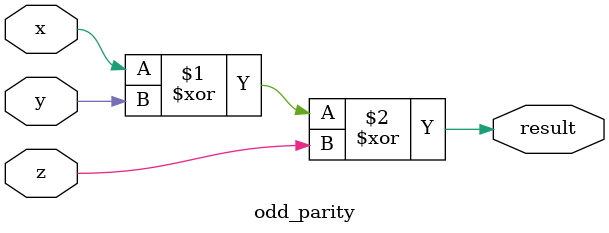
<source format=v>
module odd_parity(input x,y,z,output result);
xor (result,x,y,z);  
endmodule

</source>
